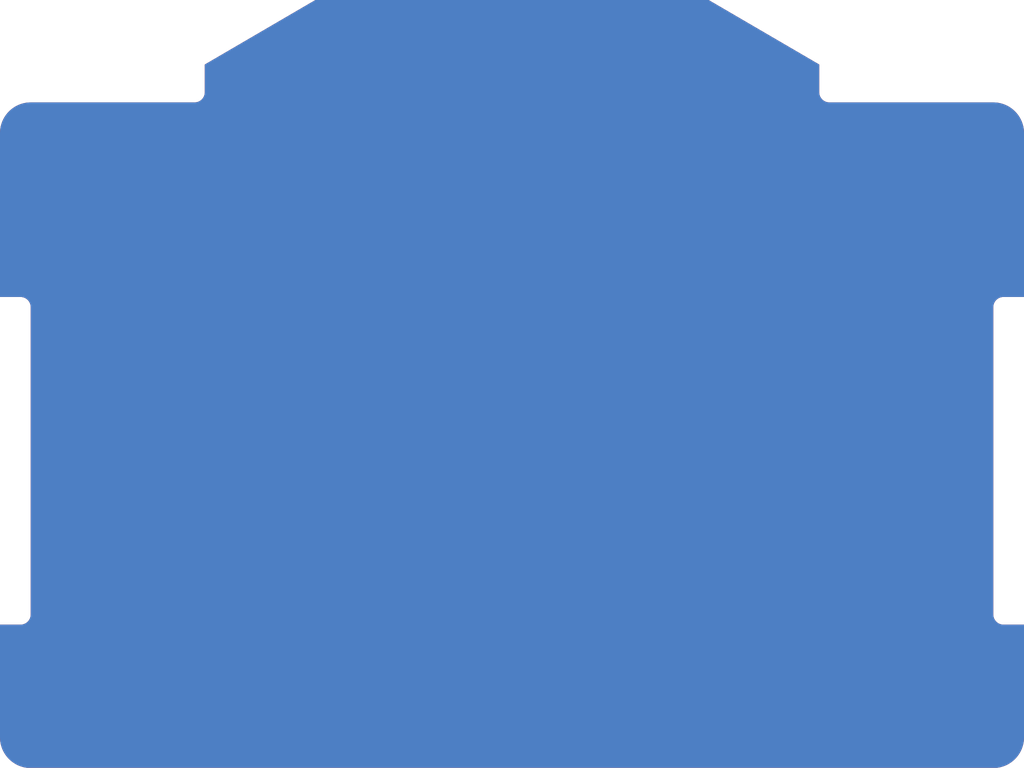
<source format=kicad_pcb>
(kicad_pcb (version 20221018) (generator pcbnew)

  (general
    (thickness 1.6)
  )

  (paper "A4")
  (layers
    (0 "F.Cu" signal)
    (31 "B.Cu" signal)
    (32 "B.Adhes" user "B.Adhesive")
    (33 "F.Adhes" user "F.Adhesive")
    (34 "B.Paste" user)
    (35 "F.Paste" user)
    (36 "B.SilkS" user "B.Silkscreen")
    (37 "F.SilkS" user "F.Silkscreen")
    (38 "B.Mask" user)
    (39 "F.Mask" user)
    (40 "Dwgs.User" user "User.Drawings")
    (41 "Cmts.User" user "User.Comments")
    (42 "Eco1.User" user "User.Eco1")
    (43 "Eco2.User" user "User.Eco2")
    (44 "Edge.Cuts" user)
    (45 "Margin" user)
    (46 "B.CrtYd" user "B.Courtyard")
    (47 "F.CrtYd" user "F.Courtyard")
    (48 "B.Fab" user)
    (49 "F.Fab" user)
    (50 "User.1" user)
    (51 "User.2" user)
    (52 "User.3" user)
    (53 "User.4" user)
    (54 "User.5" user)
    (55 "User.6" user)
    (56 "User.7" user)
    (57 "User.8" user)
    (58 "User.9" user)
  )

  (setup
    (pad_to_mask_clearance 0)
    (pcbplotparams
      (layerselection 0x00010fc_ffffffff)
      (plot_on_all_layers_selection 0x0000000_00000000)
      (disableapertmacros false)
      (usegerberextensions true)
      (usegerberattributes false)
      (usegerberadvancedattributes false)
      (creategerberjobfile false)
      (dashed_line_dash_ratio 12.000000)
      (dashed_line_gap_ratio 3.000000)
      (svgprecision 4)
      (plotframeref false)
      (viasonmask false)
      (mode 1)
      (useauxorigin false)
      (hpglpennumber 1)
      (hpglpenspeed 20)
      (hpglpendiameter 15.000000)
      (dxfpolygonmode true)
      (dxfimperialunits true)
      (dxfusepcbnewfont true)
      (psnegative false)
      (psa4output false)
      (plotreference true)
      (plotvalue false)
      (plotinvisibletext false)
      (sketchpadsonfab false)
      (subtractmaskfromsilk true)
      (outputformat 1)
      (mirror false)
      (drillshape 0)
      (scaleselection 1)
      (outputdirectory "Gerber/")
    )
  )

  (net 0 "")

  (gr_poly
    (pts
      (xy 173.345 53.854)
      (xy 173.345 56.554003)
      (xy 173.346301 56.605463)
      (xy 173.350163 56.656247)
      (xy 173.356522 56.706293)
      (xy 173.365316 56.755537)
      (xy 173.376482 56.803918)
      (xy 173.389957 56.851372)
      (xy 173.405679 56.897836)
      (xy 173.423584 56.943247)
      (xy 173.44361 56.987543)
      (xy 173.465693 57.030661)
      (xy 173.489772 57.072538)
      (xy 173.515782 57.113111)
      (xy 173.543663 57.152317)
      (xy 173.573349 57.190094)
      (xy 173.604779 57.226378)
      (xy 173.637891 57.261108)
      (xy 173.67262 57.294219)
      (xy 173.708904 57.325649)
      (xy 173.746681 57.355336)
      (xy 173.785887 57.383216)
      (xy 173.826461 57.409227)
      (xy 173.868338 57.433305)
      (xy 173.911455 57.455389)
      (xy 173.955752 57.475415)
      (xy 174.001164 57.49332)
      (xy 174.047628 57.509041)
      (xy 174.095082 57.522517)
      (xy 174.143463 57.533683)
      (xy 174.192708 57.542477)
      (xy 174.242755 57.548836)
      (xy 174.29354 57.552698)
      (xy 174.345 57.553999)
      (xy 190.345 57.554001)
      (xy 190.493761 57.557688)
      (xy 190.641512 57.568681)
      (xy 190.788009 57.586878)
      (xy 190.933004 57.612178)
      (xy 191.076251 57.644478)
      (xy 191.217506 57.683676)
      (xy 191.356521 57.729671)
      (xy 191.493051 57.782362)
      (xy 191.626851 57.841645)
      (xy 191.757673 57.90742)
      (xy 191.885273 57.979583)
      (xy 192.009404 58.058035)
      (xy 192.129821 58.142672)
      (xy 192.246276 58.233393)
      (xy 192.358526 58.330095)
      (xy 192.466323 58.432678)
      (xy 192.568905 58.540476)
      (xy 192.665608 58.652725)
      (xy 192.756329 58.769181)
      (xy 192.840966 58.889597)
      (xy 192.919417 59.013728)
      (xy 192.991581 59.141327)
      (xy 193.057356 59.27215)
      (xy 193.116639 59.405949)
      (xy 193.169329 59.542479)
      (xy 193.215325 59.681494)
      (xy 193.254523 59.822748)
      (xy 193.286823 59.965995)
      (xy 193.312123 60.11099)
      (xy 193.33032 60.257486)
      (xy 193.341313 60.405238)
      (xy 193.345 60.553999)
      (xy 193.345 76.553999)
      (xy 191.345 76.553999)
      (xy 191.295413 76.555228)
      (xy 191.246163 76.558892)
      (xy 191.197332 76.564957)
      (xy 191.149 76.57339)
      (xy 191.101251 76.584157)
      (xy 191.054167 76.597223)
      (xy 191.007828 76.612555)
      (xy 190.962318 76.630118)
      (xy 190.917718 76.649879)
      (xy 190.874111 76.671804)
      (xy 190.831577 76.695859)
      (xy 190.7902 76.722009)
      (xy 190.750061 76.750221)
      (xy 190.711242 76.780462)
      (xy 190.673825 76.812696)
      (xy 190.637893 76.84689)
      (xy 190.603697 76.882822)
      (xy 190.571461 76.920239)
      (xy 190.54122 76.959058)
      (xy 190.513007 76.999197)
      (xy 190.486856 77.040574)
      (xy 190.462802 77.083107)
      (xy 190.440877 77.126715)
      (xy 190.421117 77.171315)
      (xy 190.403554 77.216825)
      (xy 190.388223 77.263163)
      (xy 190.375157 77.310248)
      (xy 190.364391 77.357997)
      (xy 190.355958 77.406329)
      (xy 190.349893 77.455161)
      (xy 190.346229 77.504412)
      (xy 190.345 77.553999)
      (xy 190.345 107.553999)
      (xy 190.346229 107.603586)
      (xy 190.349893 107.652837)
      (xy 190.355958 107.701669)
      (xy 190.364391 107.75)
      (xy 190.375157 107.797749)
      (xy 190.388223 107.844834)
      (xy 190.403554 107.891172)
      (xy 190.421117 107.936682)
      (xy 190.440877 107.981282)
      (xy 190.462802 108.024889)
      (xy 190.486856 108.067422)
      (xy 190.513007 108.1088)
      (xy 190.54122 108.148938)
      (xy 190.571461 108.187757)
      (xy 190.603697 108.225174)
      (xy 190.637893 108.261107)
      (xy 190.673825 108.295301)
      (xy 190.711241 108.327535)
      (xy 190.75006 108.357775)
      (xy 190.790198 108.385987)
      (xy 190.831574 108.412137)
      (xy 190.874107 108.436192)
      (xy 190.917713 108.458117)
      (xy 190.962312 108.477878)
      (xy 191.007822 108.495442)
      (xy 191.05416 108.510773)
      (xy 191.101245 108.52384)
      (xy 191.148994 108.534607)
      (xy 191.197326 108.54304)
      (xy 191.246159 108.549106)
      (xy 191.295411 108.55277)
      (xy 191.345 108.553999)
      (xy 193.345 108.553999)
      (xy 193.345 119.553999)
      (xy 193.341313 119.70276)
      (xy 193.33032 119.850511)
      (xy 193.312123 119.997007)
      (xy 193.286823 120.142001)
      (xy 193.254523 120.285248)
      (xy 193.215325 120.426502)
      (xy 193.169329 120.565517)
      (xy 193.116639 120.702046)
      (xy 193.057356 120.835845)
      (xy 192.991581 120.966667)
      (xy 192.919417 121.094266)
      (xy 192.840966 121.218397)
      (xy 192.756329 121.338813)
      (xy 192.665608 121.455268)
      (xy 192.568905 121.567517)
      (xy 192.466323 121.675314)
      (xy 192.358526 121.777898)
      (xy 192.246276 121.874602)
      (xy 192.129821 121.965324)
      (xy 192.009404 122.049961)
      (xy 191.885273 122.128414)
      (xy 191.757673 122.200578)
      (xy 191.626851 122.266353)
      (xy 191.493051 122.325637)
      (xy 191.356521 122.378328)
      (xy 191.217506 122.424323)
      (xy 191.076251 122.463522)
      (xy 190.933004 122.495822)
      (xy 190.788009 122.521122)
      (xy 190.641512 122.539319)
      (xy 190.493761 122.550312)
      (xy 190.345 122.553999)
      (xy 96.345002 122.553999)
      (xy 96.19624 122.550312)
      (xy 96.048489 122.539319)
      (xy 95.901992 122.521122)
      (xy 95.756998 122.495822)
      (xy 95.613751 122.463522)
      (xy 95.472497 122.424324)
      (xy 95.333482 122.378328)
      (xy 95.196952 122.325638)
      (xy 95.063153 122.266355)
      (xy 94.932331 122.20058)
      (xy 94.804732 122.128416)
      (xy 94.680601 122.049965)
      (xy 94.560185 121.965328)
      (xy 94.443729 121.874607)
      (xy 94.33148 121.777904)
      (xy 94.223682 121.675322)
      (xy 94.121099 121.567525)
      (xy 94.024395 121.455275)
      (xy 93.933674 121.33882)
      (xy 93.849037 121.218403)
      (xy 93.770585 121.094272)
      (xy 93.698421 120.966672)
      (xy 93.632646 120.83585)
      (xy 93.573362 120.70205)
      (xy 93.520671 120.56552)
      (xy 93.474676 120.426505)
      (xy 93.435477 120.28525)
      (xy 93.403177 120.142003)
      (xy 93.377877 119.997008)
      (xy 93.35968 119.850511)
      (xy 93.348687 119.70276)
      (xy 93.345 119.553999)
      (xy 93.345 108.553999)
      (xy 95.344998 108.553999)
      (xy 95.394585 108.55277)
      (xy 95.443836 108.549106)
      (xy 95.492669 108.54304)
      (xy 95.541 108.534607)
      (xy 95.58875 108.52384)
      (xy 95.635835 108.510773)
      (xy 95.682174 108.495442)
      (xy 95.727684 108.477878)
      (xy 95.772285 108.458117)
      (xy 95.815892 108.436192)
      (xy 95.858426 108.412137)
      (xy 95.899803 108.385987)
      (xy 95.939942 108.357775)
      (xy 95.978761 108.327535)
      (xy 96.016177 108.295301)
      (xy 96.05211 108.261107)
      (xy 96.086304 108.225174)
      (xy 96.118538 108.187757)
      (xy 96.148778 108.148938)
      (xy 96.17699 108.1088)
      (xy 96.203141 108.067422)
      (xy 96.227195 108.024889)
      (xy 96.24912 107.981282)
      (xy 96.268881 107.936682)
      (xy 96.286445 107.891172)
      (xy 96.301777 107.844834)
      (xy 96.314843 107.797749)
      (xy 96.32561 107.75)
      (xy 96.334043 107.701669)
      (xy 96.340109 107.652837)
      (xy 96.343773 107.603586)
      (xy 96.345002 107.553999)
      (xy 96.345002 77.554003)
      (xy 96.343773 77.504416)
      (xy 96.340109 77.455165)
      (xy 96.334043 77.406333)
      (xy 96.32561 77.358001)
      (xy 96.314843 77.310252)
      (xy 96.301777 77.263167)
      (xy 96.286445 77.216828)
      (xy 96.268881 77.171318)
      (xy 96.24912 77.126718)
      (xy 96.227195 77.08311)
      (xy 96.203141 77.040576)
      (xy 96.17699 76.999199)
      (xy 96.148778 76.95906)
      (xy 96.118538 76.920241)
      (xy 96.086304 76.882824)
      (xy 96.05211 76.846891)
      (xy 96.016177 76.812697)
      (xy 95.978761 76.780463)
      (xy 95.939942 76.750223)
      (xy 95.899804 76.722011)
      (xy 95.858427 76.69586)
      (xy 95.815894 76.671806)
      (xy 95.772286 76.649881)
      (xy 95.727686 76.63012)
      (xy 95.682176 76.612556)
      (xy 95.635837 76.597225)
      (xy 95.588752 76.584158)
      (xy 95.541003 76.573391)
      (xy 95.49267 76.564958)
      (xy 95.443837 76.558892)
      (xy 95.394586 76.555228)
      (xy 95.344998 76.553999)
      (xy 93.345 76.553999)
      (xy 93.345 60.554003)
      (xy 93.348687 60.405241)
      (xy 93.35968 60.257489)
      (xy 93.377877 60.110993)
      (xy 93.403177 59.965998)
      (xy 93.435477 59.822751)
      (xy 93.474676 59.681497)
      (xy 93.520671 59.542482)
      (xy 93.573362 59.405952)
      (xy 93.632646 59.272153)
      (xy 93.698421 59.141331)
      (xy 93.770585 59.013732)
      (xy 93.849037 58.889601)
      (xy 93.933674 58.769184)
      (xy 94.024395 58.652728)
      (xy 94.121099 58.540479)
      (xy 94.223682 58.432681)
      (xy 94.33148 58.330098)
      (xy 94.443729 58.233395)
      (xy 94.560185 58.142673)
      (xy 94.680601 58.058036)
      (xy 94.804732 57.979584)
      (xy 94.932331 57.90742)
      (xy 95.063153 57.841645)
      (xy 95.196952 57.782362)
      (xy 95.333482 57.729671)
      (xy 95.472497 57.683676)
      (xy 95.613751 57.644477)
      (xy 95.756998 57.612177)
      (xy 95.901992 57.586877)
      (xy 96.048489 57.56868)
      (xy 96.19624 57.557686)
      (xy 96.345002 57.553999)
      (xy 112.345004 57.553999)
      (xy 112.396464 57.552698)
      (xy 112.447248 57.548836)
      (xy 112.497294 57.542477)
      (xy 112.546538 57.533683)
      (xy 112.594919 57.522516)
      (xy 112.642373 57.509041)
      (xy 112.688837 57.493319)
      (xy 112.734248 57.475414)
      (xy 112.778544 57.455388)
      (xy 112.821662 57.433305)
      (xy 112.863539 57.409226)
      (xy 112.904112 57.383215)
      (xy 112.943318 57.355335)
      (xy 112.981095 57.325648)
      (xy 113.017379 57.294218)
      (xy 113.052109 57.261106)
      (xy 113.08522 57.226377)
      (xy 113.11665 57.190093)
      (xy 113.146337 57.152316)
      (xy 113.174217 57.113109)
      (xy 113.200228 57.072536)
      (xy 113.224306 57.030659)
      (xy 113.24639 56.987541)
      (xy 113.266416 56.943245)
      (xy 113.284321 56.897834)
      (xy 113.300042 56.851369)
      (xy 113.313518 56.803916)
      (xy 113.324684 56.755535)
      (xy 113.333478 56.70629)
      (xy 113.339837 56.656244)
      (xy 113.343699 56.60546)
      (xy 113.345 56.554)
      (xy 113.345 53.854)
      (xy 124.144999 47.553999)
      (xy 162.544997 47.553999)
    )

    (stroke (width 0.001) (type solid)) (fill solid) (layer "F.Cu") (tstamp 41306c25-2f3f-4f0e-ade4-674946b17a97))
  (gr_poly
    (pts
      (xy 173.345 53.854)
      (xy 173.345 56.554003)
      (xy 173.346301 56.605463)
      (xy 173.350163 56.656247)
      (xy 173.356522 56.706293)
      (xy 173.365316 56.755537)
      (xy 173.376482 56.803918)
      (xy 173.389957 56.851372)
      (xy 173.405679 56.897836)
      (xy 173.423584 56.943247)
      (xy 173.44361 56.987543)
      (xy 173.465693 57.030661)
      (xy 173.489772 57.072538)
      (xy 173.515782 57.113111)
      (xy 173.543663 57.152317)
      (xy 173.573349 57.190094)
      (xy 173.604779 57.226378)
      (xy 173.637891 57.261108)
      (xy 173.67262 57.294219)
      (xy 173.708904 57.325649)
      (xy 173.746681 57.355336)
      (xy 173.785887 57.383216)
      (xy 173.826461 57.409227)
      (xy 173.868338 57.433305)
      (xy 173.911455 57.455389)
      (xy 173.955752 57.475415)
      (xy 174.001164 57.49332)
      (xy 174.047628 57.509041)
      (xy 174.095082 57.522517)
      (xy 174.143463 57.533683)
      (xy 174.192708 57.542477)
      (xy 174.242755 57.548836)
      (xy 174.29354 57.552698)
      (xy 174.345 57.553999)
      (xy 190.345 57.554001)
      (xy 190.493761 57.557688)
      (xy 190.641512 57.568681)
      (xy 190.788009 57.586878)
      (xy 190.933004 57.612178)
      (xy 191.076251 57.644478)
      (xy 191.217506 57.683676)
      (xy 191.356521 57.729671)
      (xy 191.493051 57.782362)
      (xy 191.626851 57.841645)
      (xy 191.757673 57.90742)
      (xy 191.885273 57.979583)
      (xy 192.009404 58.058035)
      (xy 192.129821 58.142672)
      (xy 192.246276 58.233393)
      (xy 192.358526 58.330095)
      (xy 192.466323 58.432678)
      (xy 192.568905 58.540476)
      (xy 192.665608 58.652725)
      (xy 192.756329 58.769181)
      (xy 192.840966 58.889597)
      (xy 192.919417 59.013728)
      (xy 192.991581 59.141327)
      (xy 193.057356 59.27215)
      (xy 193.116639 59.405949)
      (xy 193.169329 59.542479)
      (xy 193.215325 59.681494)
      (xy 193.254523 59.822748)
      (xy 193.286823 59.965995)
      (xy 193.312123 60.11099)
      (xy 193.33032 60.257486)
      (xy 193.341313 60.405238)
      (xy 193.345 60.553999)
      (xy 193.345 76.553999)
      (xy 191.345 76.553999)
      (xy 191.295413 76.555228)
      (xy 191.246163 76.558892)
      (xy 191.197332 76.564957)
      (xy 191.149 76.57339)
      (xy 191.101251 76.584157)
      (xy 191.054167 76.597223)
      (xy 191.007828 76.612555)
      (xy 190.962318 76.630118)
      (xy 190.917718 76.649879)
      (xy 190.874111 76.671804)
      (xy 190.831577 76.695859)
      (xy 190.7902 76.722009)
      (xy 190.750061 76.750221)
      (xy 190.711242 76.780462)
      (xy 190.673825 76.812696)
      (xy 190.637893 76.84689)
      (xy 190.603697 76.882822)
      (xy 190.571461 76.920239)
      (xy 190.54122 76.959058)
      (xy 190.513007 76.999197)
      (xy 190.486856 77.040574)
      (xy 190.462802 77.083107)
      (xy 190.440877 77.126715)
      (xy 190.421117 77.171315)
      (xy 190.403554 77.216825)
      (xy 190.388223 77.263163)
      (xy 190.375157 77.310248)
      (xy 190.364391 77.357997)
      (xy 190.355958 77.406329)
      (xy 190.349893 77.455161)
      (xy 190.346229 77.504412)
      (xy 190.345 77.553999)
      (xy 190.345 107.553999)
      (xy 190.346229 107.603586)
      (xy 190.349893 107.652837)
      (xy 190.355958 107.701669)
      (xy 190.364391 107.75)
      (xy 190.375157 107.797749)
      (xy 190.388223 107.844834)
      (xy 190.403554 107.891172)
      (xy 190.421117 107.936682)
      (xy 190.440877 107.981282)
      (xy 190.462802 108.024889)
      (xy 190.486856 108.067422)
      (xy 190.513007 108.1088)
      (xy 190.54122 108.148938)
      (xy 190.571461 108.187757)
      (xy 190.603697 108.225174)
      (xy 190.637893 108.261107)
      (xy 190.673825 108.295301)
      (xy 190.711241 108.327535)
      (xy 190.75006 108.357775)
      (xy 190.790198 108.385987)
      (xy 190.831574 108.412137)
      (xy 190.874107 108.436192)
      (xy 190.917713 108.458117)
      (xy 190.962312 108.477878)
      (xy 191.007822 108.495442)
      (xy 191.05416 108.510773)
      (xy 191.101245 108.52384)
      (xy 191.148994 108.534607)
      (xy 191.197326 108.54304)
      (xy 191.246159 108.549106)
      (xy 191.295411 108.55277)
      (xy 191.345 108.553999)
      (xy 193.345 108.553999)
      (xy 193.345 119.553999)
      (xy 193.341313 119.70276)
      (xy 193.33032 119.850511)
      (xy 193.312123 119.997007)
      (xy 193.286823 120.142001)
      (xy 193.254523 120.285248)
      (xy 193.215325 120.426502)
      (xy 193.169329 120.565517)
      (xy 193.116639 120.702046)
      (xy 193.057356 120.835845)
      (xy 192.991581 120.966667)
      (xy 192.919417 121.094266)
      (xy 192.840966 121.218397)
      (xy 192.756329 121.338813)
      (xy 192.665608 121.455268)
      (xy 192.568905 121.567517)
      (xy 192.466323 121.675314)
      (xy 192.358526 121.777898)
      (xy 192.246276 121.874602)
      (xy 192.129821 121.965324)
      (xy 192.009404 122.049961)
      (xy 191.885273 122.128414)
      (xy 191.757673 122.200578)
      (xy 191.626851 122.266353)
      (xy 191.493051 122.325637)
      (xy 191.356521 122.378328)
      (xy 191.217506 122.424323)
      (xy 191.076251 122.463522)
      (xy 190.933004 122.495822)
      (xy 190.788009 122.521122)
      (xy 190.641512 122.539319)
      (xy 190.493761 122.550312)
      (xy 190.345 122.553999)
      (xy 96.345002 122.553999)
      (xy 96.19624 122.550312)
      (xy 96.048489 122.539319)
      (xy 95.901992 122.521122)
      (xy 95.756998 122.495822)
      (xy 95.613751 122.463522)
      (xy 95.472497 122.424324)
      (xy 95.333482 122.378328)
      (xy 95.196952 122.325638)
      (xy 95.063153 122.266355)
      (xy 94.932331 122.20058)
      (xy 94.804732 122.128416)
      (xy 94.680601 122.049965)
      (xy 94.560185 121.965328)
      (xy 94.443729 121.874607)
      (xy 94.33148 121.777904)
      (xy 94.223682 121.675322)
      (xy 94.121099 121.567525)
      (xy 94.024395 121.455275)
      (xy 93.933674 121.33882)
      (xy 93.849037 121.218403)
      (xy 93.770585 121.094272)
      (xy 93.698421 120.966672)
      (xy 93.632646 120.83585)
      (xy 93.573362 120.70205)
      (xy 93.520671 120.56552)
      (xy 93.474676 120.426505)
      (xy 93.435477 120.28525)
      (xy 93.403177 120.142003)
      (xy 93.377877 119.997008)
      (xy 93.35968 119.850511)
      (xy 93.348687 119.70276)
      (xy 93.345 119.553999)
      (xy 93.345 108.553999)
      (xy 95.344998 108.553999)
      (xy 95.394585 108.55277)
      (xy 95.443836 108.549106)
      (xy 95.492669 108.54304)
      (xy 95.541 108.534607)
      (xy 95.58875 108.52384)
      (xy 95.635835 108.510773)
      (xy 95.682174 108.495442)
      (xy 95.727684 108.477878)
      (xy 95.772285 108.458117)
      (xy 95.815892 108.436192)
      (xy 95.858426 108.412137)
      (xy 95.899803 108.385987)
      (xy 95.939942 108.357775)
      (xy 95.978761 108.327535)
      (xy 96.016177 108.295301)
      (xy 96.05211 108.261107)
      (xy 96.086304 108.225174)
      (xy 96.118538 108.187757)
      (xy 96.148778 108.148938)
      (xy 96.17699 108.1088)
      (xy 96.203141 108.067422)
      (xy 96.227195 108.024889)
      (xy 96.24912 107.981282)
      (xy 96.268881 107.936682)
      (xy 96.286445 107.891172)
      (xy 96.301777 107.844834)
      (xy 96.314843 107.797749)
      (xy 96.32561 107.75)
      (xy 96.334043 107.701669)
      (xy 96.340109 107.652837)
      (xy 96.343773 107.603586)
      (xy 96.345002 107.553999)
      (xy 96.345002 77.554003)
      (xy 96.343773 77.504416)
      (xy 96.340109 77.455165)
      (xy 96.334043 77.406333)
      (xy 96.32561 77.358001)
      (xy 96.314843 77.310252)
      (xy 96.301777 77.263167)
      (xy 96.286445 77.216828)
      (xy 96.268881 77.171318)
      (xy 96.24912 77.126718)
      (xy 96.227195 77.08311)
      (xy 96.203141 77.040576)
      (xy 96.17699 76.999199)
      (xy 96.148778 76.95906)
      (xy 96.118538 76.920241)
      (xy 96.086304 76.882824)
      (xy 96.05211 76.846891)
      (xy 96.016177 76.812697)
      (xy 95.978761 76.780463)
      (xy 95.939942 76.750223)
      (xy 95.899804 76.722011)
      (xy 95.858427 76.69586)
      (xy 95.815894 76.671806)
      (xy 95.772286 76.649881)
      (xy 95.727686 76.63012)
      (xy 95.682176 76.612556)
      (xy 95.635837 76.597225)
      (xy 95.588752 76.584158)
      (xy 95.541003 76.573391)
      (xy 95.49267 76.564958)
      (xy 95.443837 76.558892)
      (xy 95.394586 76.555228)
      (xy 95.344998 76.553999)
      (xy 93.345 76.553999)
      (xy 93.345 60.554003)
      (xy 93.348687 60.405241)
      (xy 93.35968 60.257489)
      (xy 93.377877 60.110993)
      (xy 93.403177 59.965998)
      (xy 93.435477 59.822751)
      (xy 93.474676 59.681497)
      (xy 93.520671 59.542482)
      (xy 93.573362 59.405952)
      (xy 93.632646 59.272153)
      (xy 93.698421 59.141331)
      (xy 93.770585 59.013732)
      (xy 93.849037 58.889601)
      (xy 93.933674 58.769184)
      (xy 94.024395 58.652728)
      (xy 94.121099 58.540479)
      (xy 94.223682 58.432681)
      (xy 94.33148 58.330098)
      (xy 94.443729 58.233395)
      (xy 94.560185 58.142673)
      (xy 94.680601 58.058036)
      (xy 94.804732 57.979584)
      (xy 94.932331 57.90742)
      (xy 95.063153 57.841645)
      (xy 95.196952 57.782362)
      (xy 95.333482 57.729671)
      (xy 95.472497 57.683676)
      (xy 95.613751 57.644477)
      (xy 95.756998 57.612177)
      (xy 95.901992 57.586877)
      (xy 96.048489 57.56868)
      (xy 96.19624 57.557686)
      (xy 96.345002 57.553999)
      (xy 112.345004 57.553999)
      (xy 112.396464 57.552698)
      (xy 112.447248 57.548836)
      (xy 112.497294 57.542477)
      (xy 112.546538 57.533683)
      (xy 112.594919 57.522516)
      (xy 112.642373 57.509041)
      (xy 112.688837 57.493319)
      (xy 112.734248 57.475414)
      (xy 112.778544 57.455388)
      (xy 112.821662 57.433305)
      (xy 112.863539 57.409226)
      (xy 112.904112 57.383215)
      (xy 112.943318 57.355335)
      (xy 112.981095 57.325648)
      (xy 113.017379 57.294218)
      (xy 113.052109 57.261106)
      (xy 113.08522 57.226377)
      (xy 113.11665 57.190093)
      (xy 113.146337 57.152316)
      (xy 113.174217 57.113109)
      (xy 113.200228 57.072536)
      (xy 113.224306 57.030659)
      (xy 113.24639 56.987541)
      (xy 113.266416 56.943245)
      (xy 113.284321 56.897834)
      (xy 113.300042 56.851369)
      (xy 113.313518 56.803916)
      (xy 113.324684 56.755535)
      (xy 113.333478 56.70629)
      (xy 113.339837 56.656244)
      (xy 113.343699 56.60546)
      (xy 113.345 56.554)
      (xy 113.345 53.854)
      (xy 124.144999 47.553999)
      (xy 162.544997 47.553999)
    )

    (stroke (width 0.001) (type solid)) (fill solid) (layer "B.Cu") (tstamp 59a25111-a5da-4617-b095-ba9a5025151f))
  (gr_poly
    (pts
      (xy 133.35 51.054)
      (xy 133.450231 51.055669)
      (xy 133.549917 51.060649)
      (xy 133.648989 51.0689)
      (xy 133.747379 51.080383)
      (xy 133.845019 51.095058)
      (xy 133.94184 51.112887)
      (xy 134.037774 51.13383)
      (xy 134.132753 51.157847)
      (xy 134.226709 51.184898)
      (xy 134.319572 51.214945)
      (xy 134.411276 51.247948)
      (xy 134.501751 51.283868)
      (xy 134.590929 51.322665)
      (xy 134.678742 51.364299)
      (xy 134.765122 51.408732)
      (xy 134.85 51.455923)
      (xy 134.933309 51.505834)
      (xy 135.014978 51.558425)
      (xy 135.094942 51.613656)
      (xy 135.17313 51.671488)
      (xy 135.249475 51.731882)
      (xy 135.323908 51.794798)
      (xy 135.396361 51.860196)
      (xy 135.466767 51.928038)
      (xy 135.535055 51.998284)
      (xy 135.601159 52.070894)
      (xy 135.66501 52.145829)
      (xy 135.726539 52.22305)
      (xy 135.785679 52.302517)
      (xy 135.84236 52.38419)
      (xy 135.896515 52.468031)
      (xy 135.948076 52.553999)
      (xy 136.042276 52.730456)
      (xy 136.123917 52.911331)
      (xy 136.192997 53.095991)
      (xy 136.249518 53.283807)
      (xy 136.293478 53.474146)
      (xy 136.324878 53.666379)
      (xy 136.343718 53.859874)
      (xy 136.349998 54.054)
      (xy 136.343718 54.248126)
      (xy 136.324878 54.441621)
      (xy 136.293478 54.633853)
      (xy 136.249518 54.824193)
      (xy 136.192997 55.012009)
      (xy 136.123917 55.196669)
      (xy 136.042276 55.377544)
      (xy 135.948076 55.554001)
      (xy 135.84236 55.72381)
      (xy 135.726539 55.88495)
      (xy 135.601159 56.037106)
      (xy 135.466767 56.179961)
      (xy 135.323908 56.313202)
      (xy 135.17313 56.436512)
      (xy 135.014978 56.549575)
      (xy 134.85 56.652076)
      (xy 134.678742 56.7437)
      (xy 134.501751 56.824131)
      (xy 134.319572 56.893054)
      (xy 134.132753 56.950153)
      (xy 133.94184 56.995112)
      (xy 133.747379 57.027617)
      (xy 133.549917 57.047351)
      (xy 133.35 57.053999)
      (xy 125.35 57.053999)
      (xy 125.249769 57.05233)
      (xy 125.150083 57.047351)
      (xy 125.051011 57.0391)
      (xy 124.952621 57.027617)
      (xy 124.854981 57.012941)
      (xy 124.75816 56.995112)
      (xy 124.662225 56.97417)
      (xy 124.567246 56.950153)
      (xy 124.473291 56.923101)
      (xy 124.380427 56.893054)
      (xy 124.288724 56.860051)
      (xy 124.198249 56.824131)
      (xy 124.10907 56.785335)
      (xy 124.021257 56.7437)
      (xy 123.934878 56.699268)
      (xy 123.85 56.652076)
      (xy 123.766691 56.602166)
      (xy 123.685022 56.549575)
      (xy 123.605059 56.494344)
      (xy 123.526871 56.436512)
      (xy 123.450526 56.376118)
      (xy 123.376093 56.313202)
      (xy 123.303639 56.247803)
      (xy 123.233234 56.179961)
      (xy 123.164945 56.109716)
      (xy 123.098841 56.037106)
      (xy 123.03499 55.962171)
      (xy 122.973461 55.88495)
      (xy 122.914321 55.805483)
      (xy 122.85764 55.72381)
      (xy 122.803485 55.639969)
      (xy 122.751924 55.554001)
      (xy 122.657723 55.377544)
      (xy 122.576083 55.196669)
      (xy 122.507002 55.012009)
      (xy 122.450481 54.824193)
      (xy 122.406521 54.633853)
      (xy 122.375121 54.441621)
      (xy 122.356281 54.248126)
      (xy 122.35 54.054)
      (xy 122.356281 53.859874)
      (xy 122.375121 53.666379)
      (xy 122.406521 53.474146)
      (xy 122.450481 53.283807)
      (xy 122.507002 53.095991)
      (xy 122.576083 52.911331)
      (xy 122.657723 52.730456)
      (xy 122.751924 52.553999)
      (xy 122.85764 52.38419)
      (xy 122.973461 52.22305)
      (xy 123.098841 52.070894)
      (xy 123.233234 51.928038)
      (xy 123.376093 51.794798)
      (xy 123.526871 51.671488)
      (xy 123.685022 51.558424)
      (xy 123.85 51.455923)
      (xy 124.021257 51.364299)
      (xy 124.198249 51.283867)
      (xy 124.380427 51.214945)
      (xy 124.567246 51.157846)
      (xy 124.75816 51.112886)
      (xy 124.952621 51.080381)
      (xy 125.150083 51.060647)
      (xy 125.35 51.053998)
    )

    (stroke (width 0.001) (type solid)) (fill none) (layer "Edge.Cuts") (tstamp 2d571438-b9ff-434d-938a-c09b263e9a74))
  (gr_poly
    (pts
      (xy 173.345 53.854)
      (xy 173.345 56.554003)
      (xy 173.346301 56.605463)
      (xy 173.350163 56.656247)
      (xy 173.356522 56.706293)
      (xy 173.365316 56.755537)
      (xy 173.376482 56.803918)
      (xy 173.389957 56.851372)
      (xy 173.405679 56.897836)
      (xy 173.423584 56.943247)
      (xy 173.44361 56.987543)
      (xy 173.465693 57.030661)
      (xy 173.489772 57.072538)
      (xy 173.515782 57.113111)
      (xy 173.543663 57.152317)
      (xy 173.573349 57.190094)
      (xy 173.604779 57.226378)
      (xy 173.637891 57.261108)
      (xy 173.67262 57.294219)
      (xy 173.708904 57.325649)
      (xy 173.746681 57.355336)
      (xy 173.785887 57.383216)
      (xy 173.826461 57.409227)
      (xy 173.868338 57.433305)
      (xy 173.911455 57.455389)
      (xy 173.955752 57.475415)
      (xy 174.001164 57.49332)
      (xy 174.047628 57.509041)
      (xy 174.095082 57.522517)
      (xy 174.143463 57.533683)
      (xy 174.192708 57.542477)
      (xy 174.242755 57.548836)
      (xy 174.29354 57.552698)
      (xy 174.345 57.553999)
      (xy 190.345 57.554001)
      (xy 190.493761 57.557688)
      (xy 190.641512 57.568681)
      (xy 190.788009 57.586878)
      (xy 190.933004 57.612178)
      (xy 191.076251 57.644478)
      (xy 191.217506 57.683676)
      (xy 191.356521 57.729671)
      (xy 191.493051 57.782362)
      (xy 191.626851 57.841645)
      (xy 191.757673 57.90742)
      (xy 191.885273 57.979583)
      (xy 192.009404 58.058035)
      (xy 192.129821 58.142672)
      (xy 192.246276 58.233393)
      (xy 192.358526 58.330095)
      (xy 192.466323 58.432678)
      (xy 192.568905 58.540476)
      (xy 192.665608 58.652725)
      (xy 192.756329 58.769181)
      (xy 192.840966 58.889597)
      (xy 192.919417 59.013728)
      (xy 192.991581 59.141327)
      (xy 193.057356 59.27215)
      (xy 193.116639 59.405949)
      (xy 193.169329 59.542479)
      (xy 193.215325 59.681494)
      (xy 193.254523 59.822748)
      (xy 193.286823 59.965995)
      (xy 193.312123 60.11099)
      (xy 193.33032 60.257486)
      (xy 193.341313 60.405238)
      (xy 193.345 60.553999)
      (xy 193.345 76.553999)
      (xy 191.345 76.553999)
      (xy 191.295413 76.555228)
      (xy 191.246163 76.558892)
      (xy 191.197332 76.564957)
      (xy 191.149 76.57339)
      (xy 191.101251 76.584157)
      (xy 191.054167 76.597223)
      (xy 191.007828 76.612555)
      (xy 190.962318 76.630118)
      (xy 190.917718 76.649879)
      (xy 190.874111 76.671804)
      (xy 190.831577 76.695859)
      (xy 190.7902 76.722009)
      (xy 190.750061 76.750221)
      (xy 190.711242 76.780462)
      (xy 190.673825 76.812696)
      (xy 190.637893 76.84689)
      (xy 190.603697 76.882822)
      (xy 190.571461 76.920239)
      (xy 190.54122 76.959058)
      (xy 190.513007 76.999197)
      (xy 190.486856 77.040574)
      (xy 190.462802 77.083107)
      (xy 190.440877 77.126715)
      (xy 190.421117 77.171315)
      (xy 190.403554 77.216825)
      (xy 190.388223 77.263163)
      (xy 190.375157 77.310248)
      (xy 190.364391 77.357997)
      (xy 190.355958 77.406329)
      (xy 190.349893 77.455161)
      (xy 190.346229 77.504412)
      (xy 190.345 77.553999)
      (xy 190.345 107.553999)
      (xy 190.346229 107.603586)
      (xy 190.349893 107.652837)
      (xy 190.355958 107.701669)
      (xy 190.364391 107.75)
      (xy 190.375157 107.797749)
      (xy 190.388223 107.844834)
      (xy 190.403554 107.891172)
      (xy 190.421117 107.936682)
      (xy 190.440877 107.981282)
      (xy 190.462802 108.024889)
      (xy 190.486856 108.067422)
      (xy 190.513007 108.1088)
      (xy 190.54122 108.148938)
      (xy 190.571461 108.187757)
      (xy 190.603697 108.225174)
      (xy 190.637893 108.261107)
      (xy 190.673825 108.295301)
      (xy 190.711241 108.327535)
      (xy 190.75006 108.357775)
      (xy 190.790198 108.385987)
      (xy 190.831574 108.412137)
      (xy 190.874107 108.436192)
      (xy 190.917713 108.458117)
      (xy 190.962312 108.477878)
      (xy 191.007822 108.495442)
      (xy 191.05416 108.510773)
      (xy 191.101245 108.52384)
      (xy 191.148994 108.534607)
      (xy 191.197326 108.54304)
      (xy 191.246159 108.549106)
      (xy 191.295411 108.55277)
      (xy 191.345 108.553999)
      (xy 193.345 108.553999)
      (xy 193.345 119.553999)
      (xy 193.341313 119.70276)
      (xy 193.33032 119.850511)
      (xy 193.312123 119.997007)
      (xy 193.286823 120.142001)
      (xy 193.254523 120.285248)
      (xy 193.215325 120.426502)
      (xy 193.169329 120.565517)
      (xy 193.116639 120.702046)
      (xy 193.057356 120.835845)
      (xy 192.991581 120.966667)
      (xy 192.919417 121.094266)
      (xy 192.840966 121.218397)
      (xy 192.756329 121.338813)
      (xy 192.665608 121.455268)
      (xy 192.568905 121.567517)
      (xy 192.466323 121.675314)
      (xy 192.358526 121.777898)
      (xy 192.246276 121.874602)
      (xy 192.129821 121.965324)
      (xy 192.009404 122.049961)
      (xy 191.885273 122.128414)
      (xy 191.757673 122.200578)
      (xy 191.626851 122.266353)
      (xy 191.493051 122.325637)
      (xy 191.356521 122.378328)
      (xy 191.217506 122.424323)
      (xy 191.076251 122.463522)
      (xy 190.933004 122.495822)
      (xy 190.788009 122.521122)
      (xy 190.641512 122.539319)
      (xy 190.493761 122.550312)
      (xy 190.345 122.553999)
      (xy 96.345002 122.553999)
      (xy 96.19624 122.550312)
      (xy 96.048489 122.539319)
      (xy 95.901992 122.521122)
      (xy 95.756998 122.495822)
      (xy 95.613751 122.463522)
      (xy 95.472497 122.424324)
      (xy 95.333482 122.378328)
      (xy 95.196952 122.325638)
      (xy 95.063153 122.266355)
      (xy 94.932331 122.20058)
      (xy 94.804732 122.128416)
      (xy 94.680601 122.049965)
      (xy 94.560185 121.965328)
      (xy 94.443729 121.874607)
      (xy 94.33148 121.777904)
      (xy 94.223682 121.675322)
      (xy 94.121099 121.567525)
      (xy 94.024395 121.455275)
      (xy 93.933674 121.33882)
      (xy 93.849037 121.218403)
      (xy 93.770585 121.094272)
      (xy 93.698421 120.966672)
      (xy 93.632646 120.83585)
      (xy 93.573362 120.70205)
      (xy 93.520671 120.56552)
      (xy 93.474676 120.426505)
      (xy 93.435477 120.28525)
      (xy 93.403177 120.142003)
      (xy 93.377877 119.997008)
      (xy 93.35968 119.850511)
      (xy 93.348687 119.70276)
      (xy 93.345 119.553999)
      (xy 93.345 108.553999)
      (xy 95.344998 108.553999)
      (xy 95.394585 108.55277)
      (xy 95.443836 108.549106)
      (xy 95.492669 108.54304)
      (xy 95.541 108.534607)
      (xy 95.58875 108.52384)
      (xy 95.635835 108.510773)
      (xy 95.682174 108.495442)
      (xy 95.727684 108.477878)
      (xy 95.772285 108.458117)
      (xy 95.815892 108.436192)
      (xy 95.858426 108.412137)
      (xy 95.899803 108.385987)
      (xy 95.939942 108.357775)
      (xy 95.978761 108.327535)
      (xy 96.016177 108.295301)
      (xy 96.05211 108.261107)
      (xy 96.086304 108.225174)
      (xy 96.118538 108.187757)
      (xy 96.148778 108.148938)
      (xy 96.17699 108.1088)
      (xy 96.203141 108.067422)
      (xy 96.227195 108.024889)
      (xy 96.24912 107.981282)
      (xy 96.268881 107.936682)
      (xy 96.286445 107.891172)
      (xy 96.301777 107.844834)
      (xy 96.314843 107.797749)
      (xy 96.32561 107.75)
      (xy 96.334043 107.701669)
      (xy 96.340109 107.652837)
      (xy 96.343773 107.603586)
      (xy 96.345002 107.553999)
      (xy 96.345002 77.554003)
      (xy 96.343773 77.504416)
      (xy 96.340109 77.455165)
      (xy 96.334043 77.406333)
      (xy 96.32561 77.358001)
      (xy 96.314843 77.310252)
      (xy 96.301777 77.263167)
      (xy 96.286445 77.216828)
      (xy 96.268881 77.171318)
      (xy 96.24912 77.126718)
      (xy 96.227195 77.08311)
      (xy 96.203141 77.040576)
      (xy 96.17699 76.999199)
      (xy 96.148778 76.95906)
      (xy 96.118538 76.920241)
      (xy 96.086304 76.882824)
      (xy 96.05211 76.846891)
      (xy 96.016177 76.812697)
      (xy 95.978761 76.780463)
      (xy 95.939942 76.750223)
      (xy 95.899804 76.722011)
      (xy 95.858427 76.69586)
      (xy 95.815894 76.671806)
      (xy 95.772286 76.649881)
      (xy 95.727686 76.63012)
      (xy 95.682176 76.612556)
      (xy 95.635837 76.597225)
      (xy 95.588752 76.584158)
      (xy 95.541003 76.573391)
      (xy 95.49267 76.564958)
      (xy 95.443837 76.558892)
      (xy 95.394586 76.555228)
      (xy 95.344998 76.553999)
      (xy 93.345 76.553999)
      (xy 93.345 60.554003)
      (xy 93.348687 60.405241)
      (xy 93.35968 60.257489)
      (xy 93.377877 60.110993)
      (xy 93.403177 59.965998)
      (xy 93.435477 59.822751)
      (xy 93.474676 59.681497)
      (xy 93.520671 59.542482)
      (xy 93.573362 59.405952)
      (xy 93.632646 59.272153)
      (xy 93.698421 59.141331)
      (xy 93.770585 59.013732)
      (xy 93.849037 58.889601)
      (xy 93.933674 58.769184)
      (xy 94.024395 58.652728)
      (xy 94.121099 58.540479)
      (xy 94.223682 58.432681)
      (xy 94.33148 58.330098)
      (xy 94.443729 58.233395)
      (xy 94.560185 58.142673)
      (xy 94.680601 58.058036)
      (xy 94.804732 57.979584)
      (xy 94.932331 57.90742)
      (xy 95.063153 57.841645)
      (xy 95.196952 57.782362)
      (xy 95.333482 57.729671)
      (xy 95.472497 57.683676)
      (xy 95.613751 57.644477)
      (xy 95.756998 57.612177)
      (xy 95.901992 57.586877)
      (xy 96.048489 57.56868)
      (xy 96.19624 57.557686)
      (xy 96.345002 57.553999)
      (xy 112.345004 57.553999)
      (xy 112.396464 57.552698)
      (xy 112.447248 57.548836)
      (xy 112.497294 57.542477)
      (xy 112.546538 57.533683)
      (xy 112.594919 57.522516)
      (xy 112.642373 57.509041)
      (xy 112.688837 57.493319)
      (xy 112.734248 57.475414)
      (xy 112.778544 57.455388)
      (xy 112.821662 57.433305)
      (xy 112.863539 57.409226)
      (xy 112.904112 57.383215)
      (xy 112.943318 57.355335)
      (xy 112.981095 57.325648)
      (xy 113.017379 57.294218)
      (xy 113.052109 57.261106)
      (xy 113.08522 57.226377)
      (xy 113.11665 57.190093)
      (xy 113.146337 57.152316)
      (xy 113.174217 57.113109)
      (xy 113.200228 57.072536)
      (xy 113.224306 57.030659)
      (xy 113.24639 56.987541)
      (xy 113.266416 56.943245)
      (xy 113.284321 56.897834)
      (xy 113.300042 56.851369)
      (xy 113.313518 56.803916)
      (xy 113.324684 56.755535)
      (xy 113.333478 56.70629)
      (xy 113.339837 56.656244)
      (xy 113.343699 56.60546)
      (xy 113.345 56.554)
      (xy 113.345 53.854)
      (xy 124.144999 47.553999)
      (xy 162.544997 47.553999)
    )

    (stroke (width 0.001) (type solid)) (fill none) (layer "Edge.Cuts") (tstamp 40009a0b-62f4-47cb-83ef-61610dc8e577))
  (gr_poly
    (pts
      (xy 161.35 51.054)
      (xy 161.450231 51.055669)
      (xy 161.549917 51.060649)
      (xy 161.64899 51.0689)
      (xy 161.74738 51.080383)
      (xy 161.84502 51.095058)
      (xy 161.941841 51.112887)
      (xy 162.037776 51.13383)
      (xy 162.132755 51.157847)
      (xy 162.22671 51.184898)
      (xy 162.319574 51.214945)
      (xy 162.411278 51.247948)
      (xy 162.501753 51.283868)
      (xy 162.590931 51.322665)
      (xy 162.678744 51.364299)
      (xy 162.765124 51.408732)
      (xy 162.850002 51.455923)
      (xy 162.93331 51.505834)
      (xy 163.01498 51.558425)
      (xy 163.094943 51.613656)
      (xy 163.173131 51.671488)
      (xy 163.249476 51.731882)
      (xy 163.323909 51.794798)
      (xy 163.396362 51.860196)
      (xy 163.466767 51.928038)
      (xy 163.535056 51.998284)
      (xy 163.60116 52.070894)
      (xy 163.66501 52.145829)
      (xy 163.726539 52.22305)
      (xy 163.785679 52.302517)
      (xy 163.84236 52.38419)
      (xy 163.896515 52.468031)
      (xy 163.948076 52.553999)
      (xy 164.042276 52.730456)
      (xy 164.123917 52.911331)
      (xy 164.192997 53.095991)
      (xy 164.249518 53.283807)
      (xy 164.293478 53.474146)
      (xy 164.324878 53.666379)
      (xy 164.343718 53.859874)
      (xy 164.349998 54.054)
      (xy 164.343718 54.248126)
      (xy 164.324878 54.441621)
      (xy 164.293478 54.633853)
      (xy 164.249518 54.824193)
      (xy 164.192997 55.012009)
      (xy 164.123917 55.196669)
      (xy 164.042276 55.377544)
      (xy 163.948076 55.554001)
      (xy 163.84236 55.72381)
      (xy 163.726539 55.88495)
      (xy 163.60116 56.037106)
      (xy 163.466767 56.179961)
      (xy 163.323909 56.313202)
      (xy 163.173131 56.436512)
      (xy 163.01498 56.549575)
      (xy 162.850002 56.652076)
      (xy 162.678744 56.7437)
      (xy 162.501753 56.824131)
      (xy 162.319574 56.893054)
      (xy 162.132755 56.950153)
      (xy 161.941841 56.995112)
      (xy 161.74738 57.027617)
      (xy 161.549917 57.047351)
      (xy 161.35 57.053999)
      (xy 153.35 57.053999)
      (xy 153.249769 57.05233)
      (xy 153.150083 57.047351)
      (xy 153.051011 57.0391)
      (xy 152.952621 57.027617)
      (xy 152.854981 57.012941)
      (xy 152.75816 56.995112)
      (xy 152.662226 56.97417)
      (xy 152.567247 56.950153)
      (xy 152.473291 56.923101)
      (xy 152.380428 56.893054)
      (xy 152.288724 56.860051)
      (xy 152.198249 56.824131)
      (xy 152.109071 56.785335)
      (xy 152.021257 56.7437)
      (xy 151.934878 56.699268)
      (xy 151.85 56.652076)
      (xy 151.766691 56.602166)
      (xy 151.685022 56.549575)
      (xy 151.605058 56.494344)
      (xy 151.52687 56.436512)
      (xy 151.450525 56.376118)
      (xy 151.376092 56.313202)
      (xy 151.303639 56.247803)
      (xy 151.233233 56.179961)
      (xy 151.164945 56.109716)
      (xy 151.098841 56.037106)
      (xy 151.03499 55.962171)
      (xy 150.973461 55.88495)
      (xy 150.914321 55.805483)
      (xy 150.85764 55.72381)
      (xy 150.803485 55.639969)
      (xy 150.751924 55.554001)
      (xy 150.657724 55.377544)
      (xy 150.576083 55.196669)
      (xy 150.507003 55.012009)
      (xy 150.450482 54.824193)
      (xy 150.406522 54.633853)
      (xy 150.375122 54.441621)
      (xy 150.356282 54.248126)
      (xy 150.350002 54.054)
      (xy 150.356282 53.859874)
      (xy 150.375122 53.666379)
      (xy 150.406522 53.474146)
      (xy 150.450482 53.283807)
      (xy 150.507003 53.095991)
      (xy 150.576083 52.911331)
      (xy 150.657724 52.730456)
      (xy 150.751924 52.553999)
      (xy 150.85764 52.38419)
      (xy 150.973461 52.22305)
      (xy 151.098841 52.070894)
      (xy 151.233233 51.928038)
      (xy 151.376092 51.794798)
      (xy 151.52687 51.671488)
      (xy 151.685022 51.558424)
      (xy 151.85 51.455923)
      (xy 152.021257 51.364299)
      (xy 152.198249 51.283867)
      (xy 152.380428 51.214945)
      (xy 152.567247 51.157846)
      (xy 152.75816 51.112886)
      (xy 152.952621 51.080381)
      (xy 153.150083 51.060647)
      (xy 153.35 51.053998)
      (xy 161.35 51.053998)
    )

    (stroke (width 0.001) (type solid)) (fill none) (layer "Edge.Cuts") (tstamp 6c45cec5-5c1e-4684-896f-a5c4949cbd82))
  (gr_poly
    (pts
      (xy 143.544125 51.06028)
      (xy 143.73762 51.079121)
      (xy 143.929852 51.110521)
      (xy 144.120192 51.154481)
      (xy 144.308007 51.211002)
      (xy 144.492668 51.280082)
      (xy 144.673542 51.361723)
      (xy 144.85 51.455924)
      (xy 145.019809 51.56164)
      (xy 145.180949 51.677461)
      (xy 145.333105 51.802841)
      (xy 145.475961 51.937234)
      (xy 145.609202 52.080093)
      (xy 145.732511 52.230871)
      (xy 145.845575 52.389022)
      (xy 145.948076 52.554)
      (xy 146.039701 52.725258)
      (xy 146.120132 52.90225)
      (xy 146.189055 53.084428)
      (xy 146.246154 53.271247)
      (xy 146.291113 53.46216)
      (xy 146.323618 53.656621)
      (xy 146.343352 53.854083)
      (xy 146.35 54.054)
      (xy 146.348331 54.154231)
      (xy 146.343352 54.253917)
      (xy 146.335101 54.352989)
      (xy 146.323618 54.451379)
      (xy 146.308942 54.549018)
      (xy 146.291113 54.645839)
      (xy 146.270171 54.741774)
      (xy 146.246154 54.836753)
      (xy 146.219102 54.930708)
      (xy 146.189055 55.023572)
      (xy 146.156052 55.115275)
      (xy 146.120132 55.20575)
      (xy 146.081335 55.294929)
      (xy 146.039701 55.382742)
      (xy 145.995268 55.469122)
      (xy 145.948076 55.554)
      (xy 145.898166 55.637308)
      (xy 145.845575 55.718978)
      (xy 145.790344 55.798941)
      (xy 145.732511 55.877129)
      (xy 145.672118 55.953474)
      (xy 145.609202 56.027907)
      (xy 145.543803 56.100361)
      (xy 145.475961 56.170766)
      (xy 145.405715 56.239055)
      (xy 145.333105 56.305159)
      (xy 145.25817 56.369009)
      (xy 145.180949 56.430539)
      (xy 145.101482 56.489678)
      (xy 145.019809 56.54636)
      (xy 144.935968 56.600515)
      (xy 144.85 56.652076)
      (xy 144.673542 56.746277)
      (xy 144.492668 56.827917)
      (xy 144.308007 56.896998)
      (xy 144.120192 56.953519)
      (xy 143.929852 56.997479)
      (xy 143.73762 57.028879)
      (xy 143.544125 57.047719)
      (xy 143.35 57.053999)
      (xy 143.155875 57.047719)
      (xy 142.96238 57.028879)
      (xy 142.770148 56.997479)
      (xy 142.579808 56.953519)
      (xy 142.391993 56.896998)
      (xy 142.207332 56.827917)
      (xy 142.026458 56.746277)
      (xy 141.85 56.652076)
      (xy 141.680191 56.54636)
      (xy 141.519051 56.430539)
      (xy 141.366895 56.305159)
      (xy 141.224039 56.170766)
      (xy 141.090798 56.027907)
      (xy 140.967489 55.877129)
      (xy 140.854425 55.718978)
      (xy 140.751924 55.554)
      (xy 140.660299 55.382742)
      (xy 140.579868 55.20575)
      (xy 140.510945 55.023572)
      (xy 140.453846 54.836753)
      (xy 140.408887 54.645839)
      (xy 140.376382 54.451379)
      (xy 140.356648 54.253917)
      (xy 140.35 54.054)
      (xy 140.351669 53.953769)
      (xy 140.356648 53.854083)
      (xy 140.364899 53.755011)
      (xy 140.376382 53.656621)
      (xy 140.391058 53.558982)
      (xy 140.408887 53.46216)
      (xy 140.429829 53.366226)
      (xy 140.453846 53.271247)
      (xy 140.480898 53.177292)
      (xy 140.510945 53.084428)
      (xy 140.543948 52.992725)
      (xy 140.579868 52.90225)
      (xy 140.618665 52.813071)
      (xy 140.660299 52.725258)
      (xy 140.704732 52.638878)
      (xy 140.751924 52.554)
      (xy 140.801834 52.470692)
      (xy 140.854425 52.389022)
      (xy 140.909656 52.309059)
      (xy 140.967489 52.230871)
      (xy 141.027882 52.154526)
      (xy 141.090798 52.080093)
      (xy 141.156197 52.007639)
      (xy 141.224039 51.937234)
      (xy 141.294285 51.868945)
      (xy 141.366895 51.802841)
      (xy 141.44183 51.738991)
      (xy 141.519051 51.677461)
      (xy 141.598518 51.618321)
      (xy 141.680191 51.56164)
      (xy 141.764032 51.507485)
      (xy 141.85 51.455924)
      (xy 142.026458 51.361723)
      (xy 142.207332 51.280082)
      (xy 142.391993 51.211002)
      (xy 142.579808 51.154481)
      (xy 142.770148 51.110521)
      (xy 142.96238 51.079121)
      (xy 143.155875 51.06028)
      (xy 143.35 51.054)
    )

    (stroke (width 0.001) (type solid)) (fill none) (layer "Edge.Cuts") (tstamp aefb8df8-547c-4de6-8280-48bea166130a))

)

</source>
